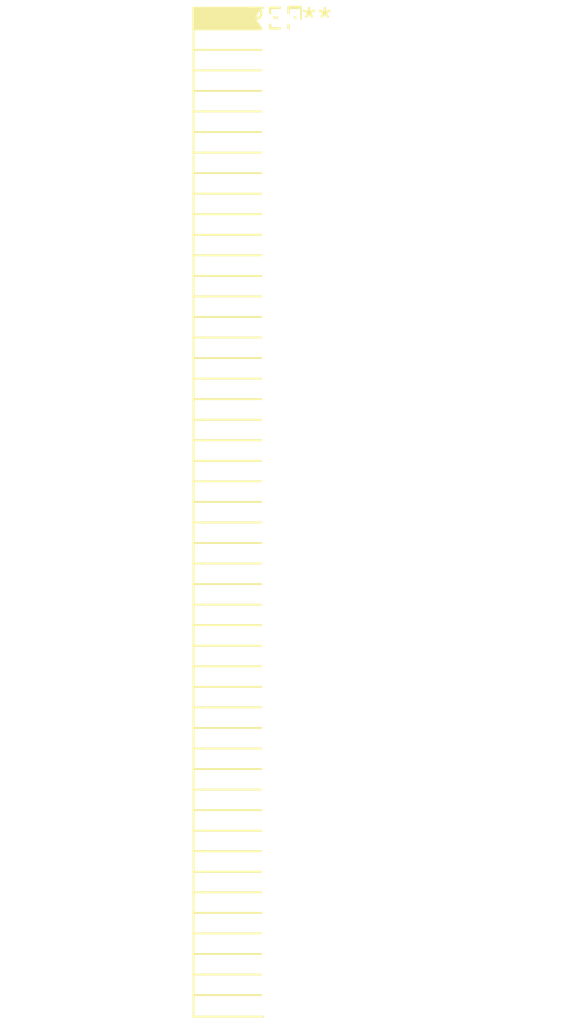
<source format=kicad_pcb>
(kicad_pcb (version 20240108) (generator pcbnew)
  (layers (0 "F.Cu" signal) (31 "B.Cu" signal) (34 "B.Paste" user) (35 "F.Paste" user) (36 "B.SilkS" user "B.Silkscreen") (37 "F.SilkS" user "F.Silkscreen") (38 "B.Mask" user) (39 "F.Mask" user) (44 "Edge.Cuts" user))
  (net 0 "")
  (footprint "PinSocket_2x49_P1.27mm_Horizontal" (layer "F.Cu") (at 0 0)
    (property "Reference" "REF**")
    (property "Value" "PinSocket_2x49_P1.27mm_Horizontal")
    (fp_line (start -5.88 -0.695) (end -5.88 61.655) (layer "F.SilkS") (stroke (width 0.12)))
    (fp_line (start -5.88 -0.695) (end -1.57753 -0.695) (layer "F.SilkS") (stroke (width 0.12)))
    (fp_line (start -5.88 -0.575) (end -1.766966 -0.575) (layer "F.SilkS") (stroke (width 0.12)))
    (fp_line (start -5.88 -0.465) (end -1.871145 -0.465) (layer "F.SilkS") (stroke (width 0.12)))
    (fp_line (start -5.88 -0.355) (end -1.941993 -0.355) (layer "F.SilkS") (stroke (width 0.12)))
    (fp_line (start -5.88 -0.245) (end -1.989427 -0.245) (layer "F.SilkS") (stroke (width 0.12)))
    (fp_line (start -5.88 -0.135) (end -2.017914 -0.135) (layer "F.SilkS") (stroke (width 0.12)))
    (fp_line (start -5.88 -0.025) (end -2.029589 -0.025) (layer "F.SilkS") (stroke (width 0.12)))
    (fp_line (start -5.88 0.085) (end -2.025232 0.085) (layer "F.SilkS") (stroke (width 0.12)))
    (fp_line (start -5.88 0.195) (end -2.004558 0.195) (layer "F.SilkS") (stroke (width 0.12)))
    (fp_line (start -5.88 0.305) (end -1.966114 0.305) (layer "F.SilkS") (stroke (width 0.12)))
    (fp_line (start -5.88 0.415) (end -1.906691 0.415) (layer "F.SilkS") (stroke (width 0.12)))
    (fp_line (start -5.88 0.525) (end -1.819523 0.525) (layer "F.SilkS") (stroke (width 0.12)))
    (fp_line (start -5.88 0.635) (end -1.687582 0.635) (layer "F.SilkS") (stroke (width 0.12)))
    (fp_line (start -5.88 1.905) (end -1.687582 1.905) (layer "F.SilkS") (stroke (width 0.12)))
    (fp_line (start -5.88 3.175) (end -1.687582 3.175) (layer "F.SilkS") (stroke (width 0.12)))
    (fp_line (start -5.88 4.445) (end -1.687582 4.445) (layer "F.SilkS") (stroke (width 0.12)))
    (fp_line (start -5.88 5.715) (end -1.687582 5.715) (layer "F.SilkS") (stroke (width 0.12)))
    (fp_line (start -5.88 6.985) (end -1.687582 6.985) (layer "F.SilkS") (stroke (width 0.12)))
    (fp_line (start -5.88 8.255) (end -1.687582 8.255) (layer "F.SilkS") (stroke (width 0.12)))
    (fp_line (start -5.88 9.525) (end -1.687582 9.525) (layer "F.SilkS") (stroke (width 0.12)))
    (fp_line (start -5.88 10.795) (end -1.687582 10.795) (layer "F.SilkS") (stroke (width 0.12)))
    (fp_line (start -5.88 12.065) (end -1.687582 12.065) (layer "F.SilkS") (stroke (width 0.12)))
    (fp_line (start -5.88 13.335) (end -1.687582 13.335) (layer "F.SilkS") (stroke (width 0.12)))
    (fp_line (start -5.88 14.605) (end -1.687582 14.605) (layer "F.SilkS") (stroke (width 0.12)))
    (fp_line (start -5.88 15.875) (end -1.687582 15.875) (layer "F.SilkS") (stroke (width 0.12)))
    (fp_line (start -5.88 17.145) (end -1.687582 17.145) (layer "F.SilkS") (stroke (width 0.12)))
    (fp_line (start -5.88 18.415) (end -1.687582 18.415) (layer "F.SilkS") (stroke (width 0.12)))
    (fp_line (start -5.88 19.685) (end -1.687582 19.685) (layer "F.SilkS") (stroke (width 0.12)))
    (fp_line (start -5.88 20.955) (end -1.687582 20.955) (layer "F.SilkS") (stroke (width 0.12)))
    (fp_line (start -5.88 22.225) (end -1.687582 22.225) (layer "F.SilkS") (stroke (width 0.12)))
    (fp_line (start -5.88 23.495) (end -1.687582 23.495) (layer "F.SilkS") (stroke (width 0.12)))
    (fp_line (start -5.88 24.765) (end -1.687582 24.765) (layer "F.SilkS") (stroke (width 0.12)))
    (fp_line (start -5.88 26.035) (end -1.687582 26.035) (layer "F.SilkS") (stroke (width 0.12)))
    (fp_line (start -5.88 27.305) (end -1.687582 27.305) (layer "F.SilkS") (stroke (width 0.12)))
    (fp_line (start -5.88 28.575) (end -1.687582 28.575) (layer "F.SilkS") (stroke (width 0.12)))
    (fp_line (start -5.88 29.845) (end -1.687582 29.845) (layer "F.SilkS") (stroke (width 0.12)))
    (fp_line (start -5.88 31.115) (end -1.687582 31.115) (layer "F.SilkS") (stroke (width 0.12)))
    (fp_line (start -5.88 32.385) (end -1.687582 32.385) (layer "F.SilkS") (stroke (width 0.12)))
    (fp_line (start -5.88 33.655) (end -1.687582 33.655) (layer "F.SilkS") (stroke (width 0.12)))
    (fp_line (start -5.88 34.925) (end -1.687582 34.925) (layer "F.SilkS") (stroke (width 0.12)))
    (fp_line (start -5.88 36.195) (end -1.687582 36.195) (layer "F.SilkS") (stroke (width 0.12)))
    (fp_line (start -5.88 37.465) (end -1.687582 37.465) (layer "F.SilkS") (stroke (width 0.12)))
    (fp_line (start -5.88 38.735) (end -1.687582 38.735) (layer "F.SilkS") (stroke (width 0.12)))
    (fp_line (start -5.88 40.005) (end -1.687582 40.005) (layer "F.SilkS") (stroke (width 0.12)))
    (fp_line (start -5.88 41.275) (end -1.687582 41.275) (layer "F.SilkS") (stroke (width 0.12)))
    (fp_line (start -5.88 42.545) (end -1.687582 42.545) (layer "F.SilkS") (stroke (width 0.12)))
    (fp_line (start -5.88 43.815) (end -1.687582 43.815) (layer "F.SilkS") (stroke (width 0.12)))
    (fp_line (start -5.88 45.085) (end -1.687582 45.085) (layer "F.SilkS") (stroke (width 0.12)))
    (fp_line (start -5.88 46.355) (end -1.687582 46.355) (layer "F.SilkS") (stroke (width 0.12)))
    (fp_line (start -5.88 47.625) (end -1.687582 47.625) (layer "F.SilkS") (stroke (width 0.12)))
    (fp_line (start -5.88 48.895) (end -1.687582 48.895) (layer "F.SilkS") (stroke (width 0.12)))
    (fp_line (start -5.88 50.165) (end -1.687582 50.165) (layer "F.SilkS") (stroke (width 0.12)))
    (fp_line (start -5.88 51.435) (end -1.687582 51.435) (layer "F.SilkS") (stroke (width 0.12)))
    (fp_line (start -5.88 52.705) (end -1.687582 52.705) (layer "F.SilkS") (stroke (width 0.12)))
    (fp_line (start -5.88 53.975) (end -1.687582 53.975) (layer "F.SilkS") (stroke (width 0.12)))
    (fp_line (start -5.88 55.245) (end -1.687582 55.245) (layer "F.SilkS") (stroke (width 0.12)))
    (fp_line (start -5.88 56.515) (end -1.687582 56.515) (layer "F.SilkS") (stroke (width 0.12)))
    (fp_line (start -5.88 57.785) (end -1.687582 57.785) (layer "F.SilkS") (stroke (width 0.12)))
    (fp_line (start -5.88 59.055) (end -1.687582 59.055) (layer "F.SilkS") (stroke (width 0.12)))
    (fp_line (start -5.88 60.325) (end -1.687582 60.325) (layer "F.SilkS") (stroke (width 0.12)))
    (fp_line (start -5.88 61.655) (end -1.57753 61.655) (layer "F.SilkS") (stroke (width 0.12)))
    (fp_line (start 0 -0.76) (end 0.76 -0.76) (layer "F.SilkS") (stroke (width 0.12)))
    (fp_line (start 0.76 -0.76) (end 0.76 0) (layer "F.SilkS") (stroke (width 0.12)))
    (pad "1" thru_hole rect (at 0 0) (size 1 1) (drill 0.65) (layers *.Cu *.Mask) (remove_unused_layers))
    (pad "2" thru_hole oval (at -1.27 0) (size 1 1) (drill 0.65) (layers *.Cu *.Mask) (remove_unused_layers))
    (pad "3" thru_hole oval (at 0 1.27) (size 1 1) (drill 0.65) (layers *.Cu *.Mask) (remove_unused_layers))
    (pad "4" thru_hole oval (at -1.27 1.27) (size 1 1) (drill 0.65) (layers *.Cu *.Mask) (remove_unused_layers))
    (pad "5" thru_hole oval (at 0 2.54) (size 1 1) (drill 0.65) (layers *.Cu *.Mask) (remove_unused_layers))
    (pad "6" thru_hole oval (at -1.27 2.54) (size 1 1) (drill 0.65) (layers *.Cu *.Mask) (remove_unused_layers))
    (pad "7" thru_hole oval (at 0 3.81) (size 1 1) (drill 0.65) (layers *.Cu *.Mask) (remove_unused_layers))
    (pad "8" thru_hole oval (at -1.27 3.81) (size 1 1) (drill 0.65) (layers *.Cu *.Mask) (remove_unused_layers))
    (pad "9" thru_hole oval (at 0 5.08) (size 1 1) (drill 0.65) (layers *.Cu *.Mask) (remove_unused_layers))
    (pad "10" thru_hole oval (at -1.27 5.08) (size 1 1) (drill 0.65) (layers *.Cu *.Mask) (remove_unused_layers))
    (pad "11" thru_hole oval (at 0 6.35) (size 1 1) (drill 0.65) (layers *.Cu *.Mask) (remove_unused_layers))
    (pad "12" thru_hole oval (at -1.27 6.35) (size 1 1) (drill 0.65) (layers *.Cu *.Mask) (remove_unused_layers))
    (pad "13" thru_hole oval (at 0 7.62) (size 1 1) (drill 0.65) (layers *.Cu *.Mask) (remove_unused_layers))
    (pad "14" thru_hole oval (at -1.27 7.62) (size 1 1) (drill 0.65) (layers *.Cu *.Mask) (remove_unused_layers))
    (pad "15" thru_hole oval (at 0 8.89) (size 1 1) (drill 0.65) (layers *.Cu *.Mask) (remove_unused_layers))
    (pad "16" thru_hole oval (at -1.27 8.89) (size 1 1) (drill 0.65) (layers *.Cu *.Mask) (remove_unused_layers))
    (pad "17" thru_hole oval (at 0 10.16) (size 1 1) (drill 0.65) (layers *.Cu *.Mask) (remove_unused_layers))
    (pad "18" thru_hole oval (at -1.27 10.16) (size 1 1) (drill 0.65) (layers *.Cu *.Mask) (remove_unused_layers))
    (pad "19" thru_hole oval (at 0 11.43) (size 1 1) (drill 0.65) (layers *.Cu *.Mask) (remove_unused_layers))
    (pad "20" thru_hole oval (at -1.27 11.43) (size 1 1) (drill 0.65) (layers *.Cu *.Mask) (remove_unused_layers))
    (pad "21" thru_hole oval (at 0 12.7) (size 1 1) (drill 0.65) (layers *.Cu *.Mask) (remove_unused_layers))
    (pad "22" thru_hole oval (at -1.27 12.7) (size 1 1) (drill 0.65) (layers *.Cu *.Mask) (remove_unused_layers))
    (pad "23" thru_hole oval (at 0 13.97) (size 1 1) (drill 0.65) (layers *.Cu *.Mask) (remove_unused_layers))
    (pad "24" thru_hole oval (at -1.27 13.97) (size 1 1) (drill 0.65) (layers *.Cu *.Mask) (remove_unused_layers))
    (pad "25" thru_hole oval (at 0 15.24) (size 1 1) (drill 0.65) (layers *.Cu *.Mask) (remove_unused_layers))
    (pad "26" thru_hole oval (at -1.27 15.24) (size 1 1) (drill 0.65) (layers *.Cu *.Mask) (remove_unused_layers))
    (pad "27" thru_hole oval (at 0 16.51) (size 1 1) (drill 0.65) (layers *.Cu *.Mask) (remove_unused_layers))
    (pad "28" thru_hole oval (at -1.27 16.51) (size 1 1) (drill 0.65) (layers *.Cu *.Mask) (remove_unused_layers))
    (pad "29" thru_hole oval (at 0 17.78) (size 1 1) (drill 0.65) (layers *.Cu *.Mask) (remove_unused_layers))
    (pad "30" thru_hole oval (at -1.27 17.78) (size 1 1) (drill 0.65) (layers *.Cu *.Mask) (remove_unused_layers))
    (pad "31" thru_hole oval (at 0 19.05) (size 1 1) (drill 0.65) (layers *.Cu *.Mask) (remove_unused_layers))
    (pad "32" thru_hole oval (at -1.27 19.05) (size 1 1) (drill 0.65) (layers *.Cu *.Mask) (remove_unused_layers))
    (pad "33" thru_hole oval (at 0 20.32) (size 1 1) (drill 0.65) (layers *.Cu *.Mask) (remove_unused_layers))
    (pad "34" thru_hole oval (at -1.27 20.32) (size 1 1) (drill 0.65) (layers *.Cu *.Mask) (remove_unused_layers))
    (pad "35" thru_hole oval (at 0 21.59) (size 1 1) (drill 0.65) (layers *.Cu *.Mask) (remove_unused_layers))
    (pad "36" thru_hole oval (at -1.27 21.59) (size 1 1) (drill 0.65) (layers *.Cu *.Mask) (remove_unused_layers))
    (pad "37" thru_hole oval (at 0 22.86) (size 1 1) (drill 0.65) (layers *.Cu *.Mask) (remove_unused_layers))
    (pad "38" thru_hole oval (at -1.27 22.86) (size 1 1) (drill 0.65) (layers *.Cu *.Mask) (remove_unused_layers))
    (pad "39" thru_hole oval (at 0 24.13) (size 1 1) (drill 0.65) (layers *.Cu *.Mask) (remove_unused_layers))
    (pad "40" thru_hole oval (at -1.27 24.13) (size 1 1) (drill 0.65) (layers *.Cu *.Mask) (remove_unused_layers))
    (pad "41" thru_hole oval (at 0 25.4) (size 1 1) (drill 0.65) (layers *.Cu *.Mask) (remove_unused_layers))
    (pad "42" thru_hole oval (at -1.27 25.4) (size 1 1) (drill 0.65) (layers *.Cu *.Mask) (remove_unused_layers))
    (pad "43" thru_hole oval (at 0 26.67) (size 1 1) (drill 0.65) (layers *.Cu *.Mask) (remove_unused_layers))
    (pad "44" thru_hole oval (at -1.27 26.67) (size 1 1) (drill 0.65) (layers *.Cu *.Mask) (remove_unused_layers))
    (pad "45" thru_hole oval (at 0 27.94) (size 1 1) (drill 0.65) (layers *.Cu *.Mask) (remove_unused_layers))
    (pad "46" thru_hole oval (at -1.27 27.94) (size 1 1) (drill 0.65) (layers *.Cu *.Mask) (remove_unused_layers))
    (pad "47" thru_hole oval (at 0 29.21) (size 1 1) (drill 0.65) (layers *.Cu *.Mask) (remove_unused_layers))
    (pad "48" thru_hole oval (at -1.27 29.21) (size 1 1) (drill 0.65) (layers *.Cu *.Mask) (remove_unused_layers))
    (pad "49" thru_hole oval (at 0 30.48) (size 1 1) (drill 0.65) (layers *.Cu *.Mask) (remove_unused_layers))
    (pad "50" thru_hole oval (at -1.27 30.48) (size 1 1) (drill 0.65) (layers *.Cu *.Mask) (remove_unused_layers))
    (pad "51" thru_hole oval (at 0 31.75) (size 1 1) (drill 0.65) (layers *.Cu *.Mask) (remove_unused_layers))
    (pad "52" thru_hole oval (at -1.27 31.75) (size 1 1) (drill 0.65) (layers *.Cu *.Mask) (remove_unused_layers))
    (pad "53" thru_hole oval (at 0 33.02) (size 1 1) (drill 0.65) (layers *.Cu *.Mask) (remove_unused_layers))
    (pad "54" thru_hole oval (at -1.27 33.02) (size 1 1) (drill 0.65) (layers *.Cu *.Mask) (remove_unused_layers))
    (pad "55" thru_hole oval (at 0 34.29) (size 1 1) (drill 0.65) (layers *.Cu *.Mask) (remove_unused_layers))
    (pad "56" thru_hole oval (at -1.27 34.29) (size 1 1) (drill 0.65) (layers *.Cu *.Mask) (remove_unused_layers))
    (pad "57" thru_hole oval (at 0 35.56) (size 1 1) (drill 0.65) (layers *.Cu *.Mask) (remove_unused_layers))
    (pad "58" thru_hole oval (at -1.27 35.56) (size 1 1) (drill 0.65) (layers *.Cu *.Mask) (remove_unused_layers))
    (pad "59" thru_hole oval (at 0 36.83) (size 1 1) (drill 0.65) (layers *.Cu *.Mask) (remove_unused_layers))
    (pad "60" thru_hole oval (at -1.27 36.83) (size 1 1) (drill 0.65) (layers *.Cu *.Mask) (remove_unused_layers))
    (pad "61" thru_hole oval (at 0 38.1) (size 1 1) (drill 0.65) (layers *.Cu *.Mask) (remove_unused_layers))
    (pad "62" thru_hole oval (at -1.27 38.1) (size 1 1) (drill 0.65) (layers *.Cu *.Mask) (remove_unused_layers))
    (pad "63" thru_hole oval (at 0 39.37) (size 1 1) (drill 0.65) (layers *.Cu *.Mask) (remove_unused_layers))
    (pad "64" thru_hole oval (at -1.27 39.37) (size 1 1) (drill 0.65) (layers *.Cu *.Mask) (remove_unused_layers))
    (pad "65" thru_hole oval (at 0 40.64) (size 1 1) (drill 0.65) (layers *.Cu *.Mask) (remove_unused_layers))
    (pad "66" thru_hole oval (at -1.27 40.64) (size 1 1) (drill 0.65) (layers *.Cu *.Mask) (remove_unused_layers))
    (pad "67" thru_hole oval (at 0 41.91) (size 1 1) (drill 0.65) (layers *.Cu *.Mask) (remove_unused_layers))
    (pad "68" thru_hole oval (at -1.27 41.91) (size 1 1) (drill 0.65) (layers *.Cu *.Mask) (remove_unused_layers))
    (pad "69" thru_hole oval (at 0 43.18) (size 1 1) (drill 0.65) (layers *.Cu *.Mask) (remove_unused_layers))
    (pad "70" thru_hole oval (at -1.27 43.18) (size 1 1) (drill 0.65) (layers *.Cu *.Mask) (remove_unused_layers))
    (pad "71" thru_hole oval (at 0 44.45) (size 1 1) (drill 0.65) (layers *.Cu *.Mask) (remove_unused_layers))
    (pad "72" thru_hole oval (at -1.27 44.45) (size 1 1) (drill 0.65) (layers *.Cu *.Mask) (remove_unused_layers))
    (pad "73" thru_hole oval (at 0 45.72) (size 1 1) (drill 0.65) (layers *.Cu *.Mask) (remove_unused_layers))
    (pad "74" thru_hole oval (at -1.27 45.72) (size 1 1) (drill 0.65) (layers *.Cu *.Mask) (remove_unused_layers))
    (pad "75" thru_hole oval (at 0 46.99) (size 1 1) (drill 0.65) (layers *.Cu *.Mask) (remove_unused_layers))
    (pad "76" thru_hole oval (at -1.27 46.99) (size 1 1) (drill 0.65) (layers *.Cu *.Mask) (remove_unused_layers))
    (pad "77" thru_hole oval (at 0 48.26) (size 1 1) (drill 0.65) (layers *.Cu *.Mask) (remove_unused_layers))
    (pad "78" thru_hole oval (at -1.27 48.26) (size 1 1) (drill 0.65) (layers *.Cu *.Mask) (remove_unused_layers))
    (pad "79" thru_hole oval (at 0 49.53) (size 1 1) (drill 0.65) (layers *.Cu *.Mask) (remove_unused_layers))
    (pad "80" thru_hole oval (at -1.27 49.53) (size 1 1) (drill 0.65) (layers *.Cu *.Mask) (remove_unused_layers))
    (pad "81" thru_hole oval (at 0 50.8) (size 1 1) (drill 0.65) (layers *.Cu *.Mask) (remove_unused_layers))
    (pad "82" thru_hole oval (at -1.27 50.8) (size 1 1) (drill 0.65) (layers *.Cu *.Mask) (remove_unused_layers))
    (pad "83" thru_hole oval (at 0 52.07) (size 1 1) (drill 0.65) (layers *.Cu *.Mask) (remove_unused_layers))
    (pad "84" thru_hole oval (at -1.27 52.07) (size 1 1) (drill 0.65) (layers *.Cu *.Mask) (remove_unused_layers))
    (pad "85" thru_hole oval (at 0 53.34) (size 1 1) (drill 0.65) (layers *.Cu *.Mask) (remove_unused_layers))
    (pad "86" thru_hole oval (at -1.27 53.34) (size 1 1) (drill 0.65) (layers *.Cu *.Mask) (remove_unused_layers))
    (pad "87" thru_hole oval (at 0 54.61) (size 1 1) (drill 0.65) (layers *.Cu *.Mask) (remove_unused_layers))
    (pad "88" thru_hole oval (at -1.27 54.61) (size 1 1) (drill 0.65) (layers *.Cu *.Mask) (remove_unused_layers))
    (pad "89" thru_hole oval (at 0 55.88) (size 1 1) (drill 0.65) (layers *.Cu *.Mask) (remove_unused_layers))
    (pad "90" thru_hole oval (at -1.27 55.88) (size 1 1) (drill 0.65) (layers *.Cu *.Mask) (remove_unused_layers))
    (pad "91" thru_hole oval (at 0 57.15) (size 1 1) (drill 0.65) (layers *.Cu *.Mask) (remove_unused_layers))
    (pad "92" thru_hole oval (at -1.27 57.15) (size 1 1) (drill 0.65) (layers *.Cu *.Mask) (remove_unused_layers))
    (pad "93" thru_hole oval (at 0 58.42) (size 1 1) (drill 0.65) (layers *.Cu *.Mask) (remove_unused_layers))
    (pad "94" thru_hole oval (at -1.27 58.42) (size 1 1) (drill 0.65) (layers *.Cu *.Mask) (remove_unused_layers))
    (pad "95" thru_hole oval (at 0 59.69) (size 1 1) (drill 0.65) (layers *.Cu *.Mask) (remove_unused_layers))
    (pad "96" thru_hole oval (at -1.27 59.69) (size 1 1) (drill 0.65) (layers *.Cu *.Mask) (remove_unused_layers))
    (pad "97" thru_hole oval (at 0 60.96) (size 1 1) (drill 0.65) (layers *.Cu *.Mask) (remove_unused_layers))
    (pad "98" thru_hole oval (at -1.27 60.96) (size 1 1) (drill 0.65) (layers *.Cu *.Mask) (remove_unused_layers))
  )
)
</source>
